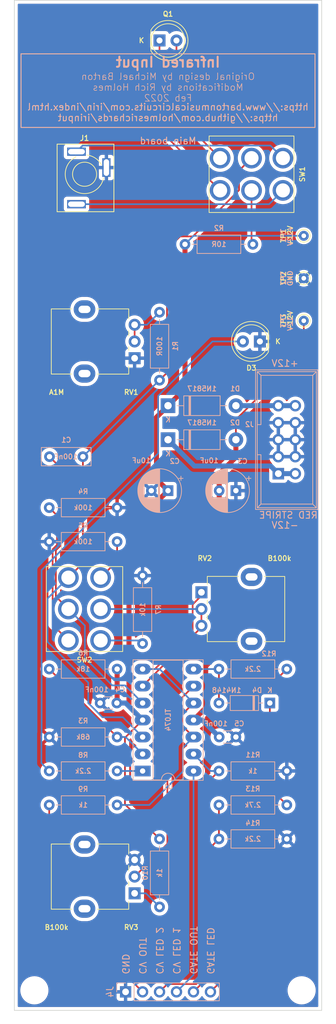
<source format=kicad_pcb>
(kicad_pcb (version 20211014) (generator pcbnew)
  (layers (0 "F.Cu" signal) (31 "B.Cu" signal) (34 "B.Paste" user) (35 "F.Paste" user) (36 "B.SilkS" user "B.Silkscreen") (37 "F.SilkS" user "F.Silkscreen") (38 "B.Mask" user) (39 "F.Mask" user) (44 "Edge.Cuts" user))
  (net 0 "")
  (net 1 "Board_0-+12V")
  (net 2 "Board_0--12V")
  (net 3 "Board_0-/+12_IN")
  (net 4 "Board_0-/-12_IN")
  (net 5 "Board_0-/AC")
  (net 6 "Board_0-/COLL")
  (net 7 "Board_0-/CV_LED_1")
  (net 8 "Board_0-/CV_LED_2")
  (net 9 "Board_0-/CV_OUT")
  (net 10 "Board_0-/DC")
  (net 11 "Board_0-/EXT_C")
  (net 12 "Board_0-/EXT_E")
  (net 13 "Board_0-/GATE_LED")
  (net 14 "Board_0-/GATE_OUT")
  (net 15 "Board_0-/SENSITIVITY")
  (net 16 "Board_0-/THRESHOLD")
  (net 17 "Board_0-GND")
  (net 18 "Board_0-Net-(C1-Pad2)")
  (net 19 "Board_0-Net-(D3-Pad2)")
  (net 20 "Board_0-Net-(D4-Pad1)")
  (net 21 "Board_0-Net-(D4-Pad2)")
  (net 22 "Board_0-Net-(Q1-Pad1)")
  (net 23 "Board_0-Net-(Q1-Pad2)")
  (net 24 "Board_0-Net-(R10-Pad2)")
  (net 25 "Board_0-Net-(R3-Pad2)")
  (net 26 "Board_0-Net-(R5-Pad1)")
  (net 27 "Board_0-Net-(R7-Pad1)")
  (net 28 "Board_0-Net-(R8-Pad1)")
  (net 29 "Board_0-Net-(R9-Pad1)")
  (net 30 "Board_0-Net-(RV2-Pad2)")
  (footprint "ao_tht:Potentiometer_Alpha_RD901F-40-00D_Single_Vertical_centered" (layer "F.Cu") (at 137.499999 75.499999 180)
    (fp_text reference "RV1" (at -6.992 -7.58 unlocked) (layer "F.SilkS") (effects (font (size 0.75 0.75))))
    (fp_text value "A1M")
    (fp_text user "${VALUE}" (at 4.184 -7.58 unlocked) (layer "F.SilkS") (effects (font (size 0.75 0.75))))
    (pad "" thru_hole oval locked (at 0 4.8 270) (size 2.72 3.24) (drill oval 1.1 1.8) (layers *.Cu *.Mask))
    (pad "" thru_hole oval locked (at 0 -4.8 270) (size 2.72 3.24) (drill oval 1.1 1.8) (layers *.Cu *.Mask))
    (pad "1" thru_hole rect locked (at -7.5 -2.5 270) (size 1.8 1.8) (drill 1) (layers *.Cu *.Mask) (net 17 "Board_0-GND"))
    (pad "2" thru_hole circle locked (at -7.5 0 270) (size 1.8 1.8) (drill 1) (layers *.Cu *.Mask) (net 15 "Board_0-/SENSITIVITY"))
    (pad "3" thru_hole circle locked (at -7.5 2.5 270) (size 1.8 1.8) (drill 1) (layers *.Cu *.Mask) (net 15 "Board_0-/SENSITIVITY"))
  )
  (footprint "ao_tht:TestPoint_THTPad_D1.5mm_Drill0.7mm" (layer "F.Cu") (at 170.319999 59.699999 90)
    (fp_text reference "TP1" (at 0 -3.048 90 unlocked) (layer "F.SilkS") (effects (font (size 0.75 0.75))))
    (fp_text value "+12V")
    (fp_text user "${VALUE}" (at 0 -2.032 90 unlocked) (layer "B.SilkS") (effects (font (size 0.75 0.75)) (justify mirror)))
    (fp_text user "${REFERENCE}" (at 0 -3.048 90 unlocked) (layer "B.SilkS") (effects (font (size 0.75 0.75)) (justify mirror)))
    (fp_text user "${VALUE}" (at 0 -2.032 90 unlocked) (layer "F.SilkS") (effects (font (size 0.75 0.75))))
    (pad "1" thru_hole circle locked (at 0 0 90) (size 1.5 1.5) (drill 0.7) (layers *.Cu *.Mask) (net 1 "Board_0-+12V"))
  )
  (footprint "ao_tht:TestPoint_THTPad_D1.5mm_Drill0.7mm" (layer "F.Cu") (at 170.319999 72.399999 90)
    (fp_text reference "TP3" (at 0 -3.048 90 unlocked) (layer "F.SilkS") (effects (font (size 0.75 0.75))))
    (fp_text value "-12V")
    (fp_text user "${REFERENCE}" (at 0 -3.048 90 unlocked) (layer "B.SilkS") (effects (font (size 0.75 0.75)) (justify mirror)))
    (fp_text user "${VALUE}" (at 0 -2.032 90 unlocked) (layer "B.SilkS") (effects (font (size 0.75 0.75)) (justify mirror)))
    (fp_text user "${VALUE}" (at 0 -2.032 90 unlocked) (layer "F.SilkS") (effects (font (size 0.75 0.75))))
    (pad "1" thru_hole circle locked (at 0 0 90) (size 1.5 1.5) (drill 0.7) (layers *.Cu *.Mask) (net 2 "Board_0--12V"))
  )
  (footprint "ao_tht:MountingHole_3.2mm_M3" (layer "F.Cu") (at 129.999999 172.499999)
    (fp_text reference "H1" hide)
    (fp_text value "MountingHole")
    (pad "" np_thru_hole circle locked (at 0 0) (size 3.2 3.2) (drill 3.2) (layers *.Cu *.Mask))
  )
  (footprint "ao_tht:DPDT-toggle-switch-1M-seriesx" (layer "F.Cu") (at 137.499999 115.499999 180)
    (fp_text reference "SW2" (at 0 -7.6 unlocked) (layer "F.SilkS") (effects (font (size 0.75 0.75))))
    (fp_text value "SW_DPDT_x2")
    (pad "1" thru_hole circle locked (at 2.415 4.7 180) (size 3.1 3.1) (drill 2.1) (layers *.Cu *.Mask) (net 10 "Board_0-/DC"))
    (pad "2" thru_hole circle locked (at 2.415 0 180) (size 3.1 3.1) (drill 2.1) (layers *.Cu *.Mask) (net 18 "Board_0-Net-(C1-Pad2)"))
    (pad "3" thru_hole circle locked (at 2.415 -4.7 180) (size 3.1 3.1) (drill 2.1) (layers *.Cu *.Mask) (net 5 "Board_0-/AC"))
    (pad "4" thru_hole circle locked (at -2.415 4.7 180) (size 3.1 3.1) (drill 2.1) (layers *.Cu *.Mask) (net 26 "Board_0-Net-(R5-Pad1)"))
    (pad "5" thru_hole circle locked (at -2.415 0 180) (size 3.1 3.1) (drill 2.1) (layers *.Cu *.Mask) (net 30 "Board_0-Net-(RV2-Pad2)"))
    (pad "6" thru_hole circle locked (at -2.415 -4.7 180) (size 3.1 3.1) (drill 2.1) (layers *.Cu *.Mask) (net 27 "Board_0-Net-(R7-Pad1)"))
  )
  (footprint "ao_tht:Potentiometer_Alpha_RD901F-40-00D_Single_Vertical_centered" (layer "F.Cu") (at 137.499999 155.499999 180)
    (fp_text reference "RV3" (at -6.992 -7.58 unlocked) (layer "F.SilkS") (effects (font (size 0.75 0.75))))
    (fp_text value "B100k")
    (fp_text user "${VALUE}" (at 4.184 -7.58 unlocked) (layer "F.SilkS") (effects (font (size 0.75 0.75))))
    (pad "" thru_hole oval locked (at 0 4.8 270) (size 2.72 3.24) (drill oval 1.1 1.8) (layers *.Cu *.Mask))
    (pad "" thru_hole oval locked (at 0 -4.8 270) (size 2.72 3.24) (drill oval 1.1 1.8) (layers *.Cu *.Mask))
    (pad "1" thru_hole rect locked (at -7.5 -2.5 270) (size 1.8 1.8) (drill 1) (layers *.Cu *.Mask) (net 24 "Board_0-Net-(R10-Pad2)"))
    (pad "2" thru_hole circle locked (at -7.5 0 270) (size 1.8 1.8) (drill 1) (layers *.Cu *.Mask) (net 16 "Board_0-/THRESHOLD"))
    (pad "3" thru_hole circle locked (at -7.5 2.5 270) (size 1.8 1.8) (drill 1) (layers *.Cu *.Mask) (net 17 "Board_0-GND"))
  )
  (footprint "ao_tht:Jack_3.5mm_PJ-301CM" (layer "F.Cu") (at 137.499999 50.499999)
    (fp_text reference "J1" (at 0 -5.4 unlocked) (layer "F.SilkS") (effects (font (size 0.787402 0.787402))))
    (fp_text value "AudioJack3")
    (pad "R" thru_hole rect (at -1.2 -3.375) (size 2.8 1.25) (drill oval 2.5 0.8) (layers *.Cu *.Mask) (net 12 "Board_0-/EXT_E"))
    (pad "S" thru_hole rect (at 3.275 -1 90) (size 2.8 1.25) (drill oval 2.5 0.8) (layers *.Cu *.Mask) (net 17 "Board_0-GND"))
    (pad "T" thru_hole rect (at -1.2 4.475 180) (size 2.8 1.25) (drill oval 2.5 0.8) (layers *.Cu *.Mask) (net 11 "Board_0-/EXT_C"))
  )
  (footprint "ao_tht:LED_D5.0mm" (layer "F.Cu") (at 148.724999 30.499999)
    (fp_text reference "Q1" (at 1.27 -3.96 unlocked) (layer "F.SilkS") (effects (font (size 0.75 0.75))))
    (fp_text value "TOPS-050")
    (fp_text user "K" (at -2.7 0 unlocked) (layer "F.SilkS") (effects (font (size 0.75 0.75))))
    (pad "1" thru_hole rect locked (at 0 0) (size 1.8 1.8) (drill 0.9) (layers *.Cu *.Mask) (net 22 "Board_0-Net-(Q1-Pad1)"))
    (pad "2" thru_hole circle locked (at 2.54 0) (size 1.8 1.8) (drill 0.9) (layers *.Cu *.Mask) (net 23 "Board_0-Net-(Q1-Pad2)"))
  )
  (footprint "ao_tht:TestPoint_THTPad_D1.5mm_Drill0.7mm" (layer "F.Cu") (at 170.319999 66.049999 90)
    (fp_text reference "TP2" (at 0 -3.048 90 unlocked) (layer "F.SilkS") (effects (font (size 0.75 0.75))))
    (fp_text value "GND")
    (fp_text user "${REFERENCE}" (at 0 -3.048 90 unlocked) (layer "B.SilkS") (effects (font (size 0.75 0.75)) (justify mirror)))
    (fp_text user "${VALUE}" (at 0 -2.032 90 unlocked) (layer "B.SilkS") (effects (font (size 0.75 0.75)) (justify mirror)))
    (fp_text user "${VALUE}" (at 0 -2.032 90 unlocked) (layer "F.SilkS") (effects (font (size 0.75 0.75))))
    (pad "1" thru_hole circle locked (at 0 0 90) (size 1.5 1.5) (drill 0.7) (layers *.Cu *.Mask) (net 17 "Board_0-GND"))
  )
  (footprint "ao_tht:Potentiometer_Alpha_RD901F-40-00D_Single_Vertical_centered" (layer "F.Cu") (at 162.499999 115.499999)
    (fp_text reference "RV2" (at -6.992 -7.58 unlocked) (layer "F.SilkS") (effects (font (size 0.75 0.75))))
    (fp_text value "B100k")
    (fp_text user "${VALUE}" (at 4.184 -7.58 unlocked) (layer "F.SilkS") (effects (font (size 0.75 0.75))))
    (pad "" thru_hole oval locked (at 0 -4.8 90) (size 2.72 3.24) (drill oval 1.1 1.8) (layers *.Cu *.Mask))
    (pad "" thru_hole oval locked (at 0 4.8 90) (size 2.72 3.24) (drill oval 1.1 1.8) (layers *.Cu *.Mask))
    (pad "1" thru_hole rect locked (at -7.5 -2.5 90) (size 1.8 1.8) (drill 1) (layers *.Cu *.Mask) (net 29 "Board_0-Net-(R9-Pad1)"))
    (pad "2" thru_hole circle locked (at -7.5 0 90) (size 1.8 1.8) (drill 1) (layers *.Cu *.Mask) (net 30 "Board_0-Net-(RV2-Pad2)"))
    (pad "3" thru_hole circle locked (at -7.5 2.5 90) (size 1.8 1.8) (drill 1) (layers *.Cu *.Mask) (net 30 "Board_0-Net-(RV2-Pad2)"))
  )
  (footprint "ao_tht:MountingHole_3.2mm_M3" (layer "F.Cu") (at 169.999999 172.499999)
    (fp_text reference "H2" hide)
    (fp_text value "MountingHole")
    (pad "" np_thru_hole circle locked (at 0 0) (size 3.2 3.2) (drill 3.2) (layers *.Cu *.Mask))
  )
  (footprint "ao_tht:LED_D5.0mm" (layer "F.Cu") (at 163.749999 75.499999 180)
    (fp_text reference "D3" (at 1.27 -3.96 unlocked) (layer "F.SilkS") (effects (font (size 0.75 0.75))))
    (fp_text value "LED_red")
    (fp_text user "K" (at -2.7 0 unlocked) (layer "F.SilkS") (effects (font (size 0.75 0.75))))
    (pad "1" thru_hole rect locked (at 0 0 180) (size 1.8 1.8) (drill 0.9) (layers *.Cu *.Mask) (net 17 "Board_0-GND"))
    (pad "2" thru_hole circle locked (at 2.54 0 180) (size 1.8 1.8) (drill 0.9) (layers *.Cu *.Mask) (net 19 "Board_0-Net-(D3-Pad2)"))
  )
  (footprint "ao_tht:DPDT-toggle-switch-1M-seriesx" (layer "F.Cu") (at 162.499999 50.499999 -90)
    (fp_text reference "SW1" (at 0 -7.6 90 unlocked) (layer "F.SilkS") (effects (font (size 0.75 0.75))))
    (fp_text value "SW_DPDT_x2")
    (pad "1" thru_hole circle locked (at 2.415 4.7 270) (size 3.1 3.1) (drill 2.1) (layers *.Cu *.Mask) (net 22 "Board_0-Net-(Q1-Pad1)"))
    (pad "2" thru_hole circle locked (at 2.415 0 270) (size 3.1 3.1) (drill 2.1) (layers *.Cu *.Mask) (net 6 "Board_0-/COLL"))
    (pad "3" thru_hole circle locked (at 2.415 -4.7 270) (size 3.1 3.1) (drill 2.1) (layers *.Cu *.Mask) (net 11 "Board_0-/EXT_C"))
    (pad "4" thru_hole circle locked (at -2.415 4.7 270) (size 3.1 3.1) (drill 2.1) (layers *.Cu *.Mask) (net 23 "Board_0-Net-(Q1-Pad2)"))
    (pad "5" thru_hole circle locked (at -2.415 0 270) (size 3.1 3.1) (drill 2.1) (layers *.Cu *.Mask) (net 10 "Board_0-/DC"))
    (pad "6" thru_hole circle locked (at -2.415 -4.7 270) (size 3.1 3.1) (drill 2.1) (layers *.Cu *.Mask) (net 12 "Board_0-/EXT_E"))
  )
  (footprint "ao_tht:DIP-14_W7.62mm_Socket_LongPads" (layer "B.Cu") (at 146.199999 139.714999)
    (fp_text reference "U1" (at 3.81 2.33 unlocked) (layer "B.SilkS") (effects (font (size 0.75 0.75)) (justify mirror)))
    (fp_text value "TL074")
    (fp_text user "${VALUE}" (at 3.81 -7.62 90 unlocked) (layer "B.SilkS") (effects (font (size 0.75 0.75)) (justify mirror)))
    (pad "1" thru_hole rect locked (at 0 0) (size 2.4 1.6) (drill 0.8) (layers *.Cu *.Mask) (net 28 "Board_0-Net-(R8-Pad1)"))
    (pad "2" thru_hole oval locked (at 0 -2.54) (size 2.4 1.6) (drill 0.8) (layers *.Cu *.Mask) (net 25 "Board_0-Net-(R3-Pad2)"))
    (pad "3" thru_hole oval locked (at 0 -5.08) (size 2.4 1.6) (drill 0.8) (layers *.Cu *.Mask) (net 10 "Board_0-/DC"))
    (pad "4" thru_hole oval locked (at 0 -7.62) (size 2.4 1.6) (drill 0.8) (layers *.Cu *.Mask) (net 1 "Board_0-+12V"))
    (pad "5" thru_hole oval locked (at 0 -10.16) (size 2.4 1.6) (drill 0.8) (layers *.Cu *.Mask) (net 18 "Board_0-Net-(C1-Pad2)"))
    (pad "6" thru_hole oval locked (at 0 -12.7) (size 2.4 1.6) (drill 0.8) (layers *.Cu *.Mask) (net 30 "Board_0-Net-(RV2-Pad2)"))
    (pad "7" thru_hole oval locked (at 0 -15.24) (size 2.4 1.6) (drill 0.8) (layers *.Cu *.Mask) (net 29 "Board_0-Net-(R9-Pad1)"))
    (pad "8" thru_hole oval locked (at 7.62 -15.24) (size 2.4 1.6) (drill 0.8) (layers *.Cu *.Mask) (net 21 "Board_0-Net-(D4-Pad2)"))
    (pad "9" thru_hole oval locked (at 7.62 -12.7) (size 2.4 1.6) (drill 0.8) (layers *.Cu *.Mask) (net 16 "Board_0-/THRESHOLD"))
    (pad "10" thru_hole oval locked (at 7.62 -10.16) (size 2.4 1.6) (drill 0.8) (layers *.Cu *.Mask) (net 29 "Board_0-Net-(R9-Pad1)"))
    (pad "11" thru_hole oval locked (at 7.62 -7.62) (size 2.4 1.6) (drill 0.8) (layers *.Cu *.Mask) (net 2 "Board_0--12V"))
    (pad "12" thru_hole oval locked (at 7.62 -5.08) (size 2.4 1.6) (drill 0.8) (layers *.Cu *.Mask) (net 29 "Board_0-Net-(R9-Pad1)"))
    (pad "13" thru_hole oval locked (at 7.62 -2.54) (size 2.4 1.6) (drill 0.8) (layers *.Cu *.Mask) (net 8 "Board_0-/CV_LED_2"))
    (pad "14" thru_hole oval locked (at 7.62 0) (size 2.4 1.6) (drill 0.8) (layers *.Cu *.Mask) (net 7 "Board_0-/CV_LED_1"))
  )
  (footprint "ao_tht:D_DO-41_SOD81_P10.16mm_Horizontal" (layer "B.Cu") (at 149.999999 85.099999)
    (fp_text reference "D1" (at 10.033 -2.54 unlocked) (layer "B.SilkS") (effects (font (size 0.75 0.75)) (justify mirror)))
    (fp_text value "1N5817")
    (fp_text user "${VALUE}" (at 5.08 -2.54 unlocked) (layer "B.SilkS") (effects (font (size 0.75 0.75)) (justify mirror)))
    (fp_text user "K" (at 0 2.1 unlocked) (layer "B.SilkS") (effects (font (size 0.75 0.75)) (justify mirror)))
    (pad "1" thru_hole rect locked (at 0 0) (size 2.2 2.2) (drill 1.1) (layers *.Cu *.Mask) (net 1 "Board_0-+12V"))
    (pad "2" thru_hole oval locked (at 10.16 0) (size 2.2 2.2) (drill 1.1) (layers *.Cu *.Mask) (net 3 "Board_0-/+12_IN"))
  )
  (footprint "ao_tht:R_Axial_DIN0207_L6.3mm_D2.5mm_P10.16mm_Horizontal" (layer "B.Cu") (at 142.379999 105.419999 180)
    (fp_text reference "R5" (at 5.08 2.37 unlocked) (layer "B.SilkS") (effects (font (size 0.75 0.75)) (justify mirror)))
    (fp_text value "100k")
    (fp_text user "${VALUE}" (at 5.08 0 unlocked) (layer "B.SilkS") (effects (font (size 0.75 0.75)) (justify mirror)))
    (pad "1" thru_hole circle locked (at 0 0 180) (size 1.6 1.6) (drill 0.8) (layers *.Cu *.Mask) (net 26 "Board_0-Net-(R5-Pad1)"))
    (pad "2" thru_hole oval locked (at 10.16 0 180) (size 1.6 1.6) (drill 0.8) (layers *.Cu *.Mask) (net 17 "Board_0-GND"))
  )
  (footprint "ao_tht:R_Axial_DIN0207_L6.3mm_D2.5mm_P10.16mm_Horizontal" (layer "B.Cu") (at 142.379999 139.709999 180)
    (fp_text reference "R8" (at 5.08 2.37 unlocked) (layer "B.SilkS") (effects (font (size 0.75 0.75)) (justify mirror)))
    (fp_text value "2.2k")
    (fp_text user "${VALUE}" (at 5.08 0 unlocked) (layer "B.SilkS") (effects (font (size 0.75 0.75)) (justify mirror)))
    (pad "1" thru_hole circle locked (at 0 0 180) (size 1.6 1.6) (drill 0.8) (layers *.Cu *.Mask) (net 28 "Board_0-Net-(R8-Pad1)"))
    (pad "2" thru_hole oval locked (at 10.16 0 180) (size 1.6 1.6) (drill 0.8) (layers *.Cu *.Mask) (net 19 "Board_0-Net-(D3-Pad2)"))
  )
  (footprint "ao_tht:C_Disc_D3.0mm_W1.6mm_P2.50mm" (layer "B.Cu") (at 160.159999 134.629999 180)
    (fp_text reference "C5" (at -0.5 2 unlocked) (layer "B.SilkS") (effects (font (size 0.75 0.75)) (justify mirror)))
    (fp_text value "100nF")
    (fp_text user "${VALUE}" (at 3 2 unlocked) (layer "B.SilkS") (effects (font (size 0.75 0.75)) (justify mirror)))
    (pad "1" thru_hole circle (at 0 0 180) (size 1.6 1.6) (drill 0.8) (layers *.Cu *.Mask) (net 17 "Board_0-GND"))
    (pad "2" thru_hole circle (at 2.5 0 180) (size 1.6 1.6) (drill 0.8) (layers *.Cu *.Mask) (net 2 "Board_0--12V"))
  )
  (footprint "Connector_PinHeader_2.54mm:PinHeader_1x06_P2.54mm_Vertical" (layer "B.Cu") (at 143.649999 172.729999 -90)
    (fp_text reference "J4" (at 0 2.33 90 unlocked) (layer "B.SilkS") (effects (justify mirror)))
    (fp_text value "Conn_01x06")
    (pad "1" thru_hole rect (at 0 0 270) (size 1.7 1.7) (drill 1) (layers *.Cu *.Mask) (net 17 "Board_0-GND"))
    (pad "2" thru_hole oval (at 0 -2.54 270) (size 1.7 1.7) (drill 1) (layers *.Cu *.Mask) (net 9 "Board_0-/CV_OUT"))
    (pad "3" thru_hole oval (at 0 -5.08 270) (size 1.7 1.7) (drill 1) (layers *.Cu *.Mask) (net 8 "Board_0-/CV_LED_2"))
    (pad "4" thru_hole oval (at 0 -7.62 270) (size 1.7 1.7) (drill 1) (layers *.Cu *.Mask) (net 7 "Board_0-/CV_LED_1"))
    (pad "5" thru_hole oval (at 0 -10.16 270) (size 1.7 1.7) (drill 1) (layers *.Cu *.Mask) (net 14 "Board_0-/GATE_OUT"))
    (pad "6" thru_hole oval (at 0 -12.7 270) (size 1.7 1.7) (drill 1) (layers *.Cu *.Mask) (net 13 "Board_0-/GATE_LED"))
  )
  (footprint "ao_tht:R_Axial_DIN0207_L6.3mm_D2.5mm_P10.16mm_Horizontal" (layer "B.Cu") (at 132.219999 124.469999)
    (fp_text reference "R6" (at 5.08 -2.413 unlocked) (layer "B.SilkS") (effects (font (size 0.75 0.75)) (justify mirror)))
    (fp_text value "18k")
    (fp_text user "${VALUE}" (at 5.08 0 unlocked) (layer "B.SilkS") (effects (font (size 0.75 0.75)) (justify mirror)))
    (pad "1" thru_hole circle locked (at 0 0) (size 1.6 1.6) (drill 0.8) (layers *.Cu *.Mask) (net 25 "Board_0-Net-(R3-Pad2)"))
    (pad "2" thru_hole oval locked (at 10.16 0) (size 1.6 1.6) (drill 0.8) (layers *.Cu *.Mask) (net 1 "Board_0-+12V"))
  )
  (footprint "ao_tht:R_Axial_DIN0207_L6.3mm_D2.5mm_P10.16mm_Horizontal" (layer "B.Cu") (at 167.779999 149.869999 180)
    (fp_text reference "R14" (at 5.08 2.37 unlocked) (layer "B.SilkS") (effects (font (size 0.75 0.75)) (justify mirror)))
    (fp_text value "2.2k")
    (fp_text user "${VALUE}" (at 5.08 0 unlocked) (layer "B.SilkS") (effects (font (size 0.75 0.75)) (justify mirror)))
    (pad "1" thru_hole circle locked (at 0 0 180) (size 1.6 1.6) (drill 0.8) (layers *.Cu *.Mask) (net 17 "Board_0-GND"))
    (pad "2" thru_hole oval locked (at 10.16 0 180) (size 1.6 1.6) (drill 0.8) (layers *.Cu *.Mask) (net 14 "Board_0-/GATE_OUT"))
  )
  (footprint "ao_tht:R_Axial_DIN0207_L6.3mm_D2.5mm_P10.16mm_Horizontal" (layer "B.Cu") (at 146.189999 120.659999 90)
    (fp_text reference "R7" (at 5.08 2.37 90 unlocked) (layer "B.SilkS") (effects (font (size 0.75 0.75)) (justify mirror)))
    (fp_text value "10k")
    (fp_text user "${VALUE}" (at 5.08 0 90 unlocked) (layer "B.SilkS") (effects (font (size 0.75 0.75)) (justify mirror)))
    (pad "1" thru_hole circle locked (at 0 0 90) (size 1.6 1.6) (drill 0.8) (layers *.Cu *.Mask) (net 27 "Board_0-Net-(R7-Pad1)"))
    (pad "2" thru_hole oval locked (at 10.16 0 90) (size 1.6 1.6) (drill 0.8) (layers *.Cu *.Mask) (net 17 "Board_0-GND"))
  )
  (footprint "ao_tht:R_Axial_DIN0207_L6.3mm_D2.5mm_P10.16mm_Horizontal" (layer "B.Cu") (at 152.539999 60.969999)
    (fp_text reference "R2" (at 5.08 -2.413 unlocked) (layer "B.SilkS") (effects (font (size 0.75 0.75)) (justify mirror)))
    (fp_text value "10R")
    (fp_text user "${VALUE}" (at 5.08 0 unlocked) (layer "B.SilkS") (effects (font (size 0.75 0.75)) (justify mirror)))
    (pad "1" thru_hole circle locked (at 0 0) (size 1.6 1.6) (drill 0.8) (layers *.Cu *.Mask) (net 1 "Board_0-+12V"))
    (pad "2" thru_hole oval locked (at 10.16 0) (size 1.6 1.6) (drill 0.8) (layers *.Cu *.Mask) (net 6 "Board_0-/COLL"))
  )
  (footprint "ao_tht:CP_Radial_D6.3mm_P2.50mm" (layer "B.Cu") (at 149.999999 97.799999 180)
    (fp_text reference "C2" (at -1 4.4 unlocked) (layer "B.SilkS") (effects (font (size 0.75 0.75)) (justify mirror)))
    (fp_text value "10uF")
    (fp_text user "${VALUE}" (at 4 4.5 unlocked) (layer "B.SilkS") (effects (font (size 0.75 0.75)) (justify mirror)))
    (pad "1" thru_hole rect locked (at 0 0 180) (size 1.6 1.6) (drill 0.8) (layers *.Cu *.Mask) (net 1 "Board_0-+12V"))
    (pad "2" thru_hole circle locked (at 2.5 0 180) (size 1.6 1.6) (drill 0.8) (layers *.Cu *.Mask) (net 17 "Board_0-GND"))
  )
  (footprint "ao_tht:Power_Header" (layer "B.Cu") (at 166.509999 95.259999)
    (fp_text reference "J2" (at -4.318 -7.366 unlocked) (layer "B.SilkS") (effects (font (size 0.75 0.75)) (justify mirror)))
    (fp_text value "Synth_power_2x5")
    (fp_text user "-12V" (at 1 7.7 unlocked) (layer "B.SilkS") (effects (justify mirror)))
    (fp_text user "+12V" (at 1 -16.5 unlocked) (layer "B.SilkS") (effects (justify mirror)))
    (fp_text user "RED STRIPE" (at 1.5 6.2 unlocked) (layer "B.SilkS") (effects (justify mirror)))
    (pad "1" thru_hole rect (at 0 0) (size 1.7272 1.7272) (drill 1.016) (layers *.Cu *.Mask) (net 4 "Board_0-/-12_IN"))
    (pad "2" thru_hole oval (at 2.54 0) (size 1.7272 1.7272) (drill 1.016) (layers *.Cu *.Mask) (net 4 "Board_0-/-12_IN"))
    (pad "3" thru_hole oval (at 0 -2.54) (size 1.7272 1.7272) (drill 1.016) (layers *.Cu *.Mask) (net 17 "Board_0-GND"))
    (pad "4" thru_hole oval (at 2.54 -2.54) (size 1.7272 1.7272) (drill 1.016) (layers *.Cu *.Mask) (net 17 "Board_0-GND"))
    (pad "5" thru_hole oval (at 0 -5.08) (size 1.7272 1.7272) (drill 1.016) (layers *.Cu *.Mask) (net 17 "Board_0-GND"))
    (pad "6" thru_hole oval (at 2.54 -5.08) (size 1.7272 1.7272) (drill 1.016) (layers *.Cu *.Mask) (net 17 "Board_0-GND"))
    (pad "7" thru_hole oval (at 0 -7.62) (size 1.7272 1.7272) (drill 1.016) (layers *.Cu *.Mask) (net 17 "Board_0-GND"))
    (pad "8" thru_hole oval (at 2.54 -7.62) (size 1.7272 1.7272) (drill 1.016) (layers *.Cu *.Mask) (net 17 "Board_0-GND"))
    (pad "9" thru_hole oval (at 0 -10.16) (size 1.7272 1.7272) (drill 1.016) (layers *.Cu *.Mask) (net 3 "Board_0-/+12_IN"))
    (pad "10" thru_hole oval (at 2.54 -10.16) (size 1.7272 1.7272) (drill 1.016) (layers *.Cu *.Mask) (net 3 "Board_0-/+12_IN"))
  )
  (footprint "ao_tht:R_Axial_DIN0207_L6.3mm_D2.5mm_P10.16mm_Horizontal" (layer "B.Cu") (at 132.219999 100.339999)
    (fp_text reference "R4" (at 5.08 -2.413 unlocked) (layer "B.SilkS") (effects (font (size 0.75 0.75)) (justify mirror)))
    (fp_text value "100k")
    (fp_text user "${VALUE}" (at 5.08 0 unlocked) (layer "B.SilkS") (effects (font (size 0.75 0.75)) (justify mirror)))
    (pad "1" thru_hole circle locked (at 0 0) (size 1.6 1.6) (drill 0.8) (layers *.Cu *.Mask) (net 5 "Board_0-/AC"))
    (pad "2" thru_hole oval locked (at 10.16 0) (size 1.6 1.6) (drill 0.8) (layers *.Cu *.Mask) (net 17 "Board_0-GND"))
  )
  (footprint "ao_tht:CP_Radial_D6.3mm_P2.50mm" (layer "B.Cu") (at 160.159999 97.799999 180)
    (fp_text reference "C3" (at -1 4.4 unlocked) (layer "B.SilkS") (effects (font (size 0.75 0.75)) (justify mirror)))
    (fp_text value "10uF")
    (fp_text user "${VALUE}" (at 4 4.5 unlocked) (layer "B.SilkS") (effects (font (size 0.75 0.75)) (justify mirror)))
    (pad "1" thru_hole rect locked (at 0 0 180) (size 1.6 1.6) (drill 0.8) (layers *.Cu *.Mask) (net 17 "Board_0-GND"))
    (pad "2" thru_hole circle locked (at 2.5 0 180) (size 1.6 1.6) (drill 0.8) (layers *.Cu *.Mask) (net 2 "Board_0--12V"))
  )
  (footprint "ao_tht:R_Axial_DIN0207_L6.3mm_D2.5mm_P10.16mm_Horizontal" (layer "B.Cu") (at 148.729999 81.289999 90)
    (fp_text reference "R1" (at 5.08 2.37 90 unlocked) (layer "B.SilkS") (effects (font (size 0.75 0.75)) (justify mirror)))
    (fp_text value "100R")
    (fp_text user "${VALUE}" (at 5.08 0 90 unlocked) (layer "B.SilkS") (effects (font (size 0.75 0.75)) (justify mirror)))
    (pad "1" thru_hole circle locked (at 0 0 90) (size 1.6 1.6) (drill 0.8) (layers *.Cu *.Mask) (net 10 "Board_0-/DC"))
    (pad "2" thru_hole oval locked (at 10.16 0 90) (size 1.6 1.6) (drill 0.8) (layers *.Cu *.Mask) (net 15 "Board_0-/SENSITIVITY"))
  )
  (footprint "ao_tht:R_Axial_DIN0207_L6.3mm_D2.5mm_P10.16mm_Horizontal" (layer "B.Cu") (at 157.619999 144.789999)
    (fp_text reference "R13" (at 5.08 -2.413 unlocked) (layer "B.SilkS") (effects (font (size 0.75 0.75)) (justify mirror)))
    (fp_text value "2.7k")
    (fp_text user "${VALUE}" (at 5.08 0 unlocked) (layer "B.SilkS") (effects (font (size 0.75 0.75)) (justify mirror)))
    (pad "1" thru_hole circle locked (at 0 0) (size 1.6 1.6) (drill 0.8) (layers *.Cu *.Mask) (net 14 "Board_0-/GATE_OUT"))
    (pad "2" thru_hole oval locked (at 10.16 0) (size 1.6 1.6) (drill 0.8) (layers *.Cu *.Mask) (net 20 "Board_0-Net-(D4-Pad1)"))
  )
  (footprint "ao_tht:C_Disc_D3.0mm_W1.6mm_P2.50mm" (layer "B.Cu") (at 142.339999 129.549999 180)
    (fp_text reference "C4" (at -0.5 2 unlocked) (layer "B.SilkS") (effects (font (size 0.75 0.75)) (justify mirror)))
    (fp_text value "100nF")
    (fp_text user "${VALUE}" (at 3 2 unlocked) (layer "B.SilkS") (effects (font (size 0.75 0.75)) (justify mirror)))
    (pad "1" thru_hole circle (at 0 0 180) (size 1.6 1.6) (drill 0.8) (layers *.Cu *.Mask) (net 1 "Board_0-+12V"))
    (pad "2" thru_hole circle (at 2.5 0 180) (size 1.6 1.6) (drill 0.8) (layers *.Cu *.Mask) (net 17 "Board_0-GND"))
  )
  (footprint "ao_tht:R_Axial_DIN0207_L6.3mm_D2.5mm_P10.16mm_Horizontal" (layer "B.Cu") (at 148.729999 149.869999 -90)
    (fp_text reference "R10" (at 5.08 2.159 90 unlocked) (layer "B.SilkS") (effects (font (size 0.75 0.75)) (justify mirror)))
    (fp_text value "1k")
    (fp_text user "${VALUE}" (at 5.08 0 90 unlocked) (layer "B.SilkS") (effects (font (size 0.75 0.75)) (justify mirror)))
    (pad "1" thru_hole circle locked (at 0 0 270) (size 1.6 1.6) (drill 0.8) (layers *.Cu *.Mask) (net 1 "Board_0-+12V"))
    (pad "2" thru_hole oval locked (at 10.16 0 270) (size 1.6 1.6) (drill 0.8) (layers *.Cu *.Mask) (net 24 "Board_0-Net-(R10-Pad2)"))
  )
  (footprint "ao_tht:R_Axial_DIN0207_L6.3mm_D2.5mm_P10.16mm_Horizontal" (layer "B.Cu") (at 167.779999 124.469999 180)
    (fp_text reference "R12" (at 2.667 2.286 unlocked) (layer "B.SilkS") (effects (font (size 0.75 0.75)) (justify mirror)))
    (fp_text value "2.2k")
    (fp_text user "${VALUE}" (at 5.08 0 unlocked) (layer "B.SilkS") (effects (font (size 0.75 0.75)) (justify mirror)))
    (pad "1" thru_hole circle locked (at 0 0 180) (size 1.6 1.6) (drill 0.8) (layers *.Cu *.Mask) (net 13 "Board_0-/GATE_LED"))
    (pad "2" thru_hole oval locked (at 10.16 0 180) (size 1.6 1.6) (drill 0.8) (layers *.Cu *.Mask) (net 21 "Board_0-Net-(D4-Pad2)"))
  )
  (footprint "ao_tht:D_DO-41_SOD81_P10.16mm_Horizontal" (layer "B.Cu") (at 149.999999 90.179999)
    (fp_text reference "D2" (at 10.033 -2.54 unlocked) (layer "B.SilkS") (effects (font (size 0.75 0.75)) (justify mirror)))
    (fp_text value "1N5817")
    (fp_text user "K" (at 0 2.1 unlocked) (layer "B.SilkS") (effects (font (size 0.75 0.75)) (justify mirror)))
    (fp_text user "${VALUE}" (at 5.08 -2.54 unlocked) (layer "B.SilkS") (effects (font (size 0.75 0.75)) (justify mirror)))
    (pad "1" thru_hole rect locked (at 0 0) (size 2.2 2.2) (drill 1.1) (layers *.Cu *.Mask) (net 4 "Board_0-/-12_IN"))
    (pad "2" thru_hole oval locked (at 10.16 0) (size 2.2 2.2) (drill 1.1) (layers *.Cu *.Mask) (net 2 "Board_0--12V"))
  )
  (footprint "ao_tht:R_Axial_DIN0207_L6.3mm_D2.5mm_P10.16mm_Horizontal" (layer "B.Cu") (at 132.219999 134.629999)
    (fp_text reference "R3" (at 5.08 -2.413 unlocked) (layer "B.SilkS") (effects (font (size 0.75 0.75)) (justify mirror)))
    (fp_text value "68k")
    (fp_text user "${VALUE}" (at 5.08 0 unlocked) (layer "B.SilkS") (effects (font (size 0.75 0.75)) (justify mirror)))
    (pad "1" thru_hole circle locked (at 0 0) (size 1.6 1.6) (drill 0.8) (layers *.Cu *.Mask) (net 17 "Board_0-GND"))
    (pad "2" thru_hole oval locked (at 10.16 0) (size 1.6 1.6) (drill 0.8) (layers *.Cu *.Mask) (net 25 "Board_0-Net-(R3-Pad2)"))
  )
  (footprint "ao_tht:D_DO-35_SOD27_P7.62mm_Horizontal" (layer "B.Cu") (at 165.239999 129.549999 180)
    (fp_text reference "D4" (at 1.905 1.905 unlocked) (layer "B.SilkS") (effects (font (size 0.75 0.75)) (justify mirror)))
    (fp_text value "1N4148")
    (fp_text user "${VALUE}" (at 6.477 1.905 unlocked) (layer "B.SilkS") (effects (font (size 0.75 0.75)) (justify mirror)))
    (fp_text user "K" (at 0 1.905 unlocked) (layer "B.SilkS") (effects (font (size 0.75 0.75)) (justify mirror)))
    (pad "1" thru_hole rect locked (at 0 0 180) (size 1.6 1.6) (drill 0.8) (layers *.Cu *.Mask) (net 20 "Board_0-Net-(D4-Pad1)"))
    (pad "2" thru_hole oval locked (at 7.62 0 180) (size 1.6 1.6) (drill 0.8) (layers *.Cu *.Mask) (net 21 "Board_0-Net-(D4-Pad2)"))
  )
  (footprint "ao_tht:R_Axial_DIN0207_L6.3mm_D2.5mm_P10.16mm_Horizontal" (layer "B.Cu") (at 157.619999 139.709999)
    (fp_text reference "R11" (at 5.08 -2.413 unlocked) (layer "B.SilkS") (effects (font (size 0.75 0.75)) (justify mirror)))
    (fp_text value "1k")
    (fp_text user "${VALUE}" (at 5.08 0 unlocked) (layer "B.SilkS") (effects (font (size 0.75 0.75)) (justify mirror)))
    (pad "1" thru_hole circle locked (at 0 0) (size 1.6 1.6) (drill 0.8) (layers *.Cu *.Mask) (net 8 "Board_0-/CV_LED_2"))
    (pad "2" thru_hole oval locked (at 10.16 0) (size 1.6 1.6) (drill 0.8) (layers *.Cu *.Mask) (net 17 "Board_0-GND"))
  )
  (footprint "ao_tht:R_Axial_DIN0207_L6.3mm_D2.5mm_P10.16mm_Horizontal" (layer "B.Cu") (at 142.379999 144.789999 180)
    (fp_text reference "R9" (at 5.08 2.37 unlocked) (layer "B.SilkS") (effects (font (size 0.75 0.75)) (justify mirror)))
    (fp_text value "1k")
    (fp_text user "${VALUE}" (at 5.08 0 unlocked) (layer "B.SilkS") (effects (font (size 0.75 0.75)) (justify mirror)))
    (pad "1" thru_hole circle locked (at 0 0 180) (size 1.6 1.6) (drill 0.8) (layers *.Cu *.Mask) (net 29 "Board_0-Net-(R9-Pad1)"))
    (pad "2" thru_hole oval locked (at 10.16 0 180) (size 1.6 1.6) (drill 0.8) (layers *.Cu *.Mask) (net 9 "Board_0-/CV_OUT"))
  )
  (footprint "ao_tht:C_Rect_L7.2mm_W2.5mm_P5.00mm_FKS2_FKP2_MKS2_MKP2" (layer "B.Cu") (at 137.259999 92.719999 180)
    (fp_text reference "C1" (at 2.5 2.5 unlocked) (layer "B.SilkS") (effects (font (size 0.75 0.75)) (justify mirror)))
    (fp_text value "100nF")
    (fp_text user "${VALUE}" (at 2.54 0 unlocked) (layer "B.SilkS") (effects (font (size 0.75 0.75)) (justify mirror)))
    (pad "1" thru_hole circle locked (at 0 0 180) (size 1.6 1.6) (drill 0.8) (layers *.Cu *.Mask) (net 10 "Board_0-/DC"))
    (pad "2" thru_hole circle locked (at 5 0 180) (size 1.6 1.6) (drill 0.8) (layers *.Cu *.Mask) (net 18 "Board_0-Net-(C1-Pad2)"))
  )
  (gr_rect (start 171.999999 32.499999) (end 127.999999 43.499999) (layer "B.SilkS") (width 0.15) (fill none))
  (gr_line (start 126.999 24.5) (end 173.000956 24.499709) (layer "Edge.Cuts") (width 0.1))
  (gr_line (start 173.000956 24.499709) (end 173.00029 175.500956) (layer "Edge.Cuts") (width 0.1))
  (gr_line (start 173.00029 175.500956) (end 126.999043 175.50029) (layer "Edge.Cuts") (width 0.1))
  (gr_line (start 126.999043 175.50029) (end 126.999 24.5) (layer "Edge.Cuts") (width 0.1))
  (gr_text "Main board" (at 149.999999 45.499999) (layer "B.SilkS") (effects (font (size 1 1)) (justify mirror)))
  (gr_text "CV LED 1" (at 151.269999 170.189999 -90) (layer "B.SilkS") (effects (font (size 1 1)) (justify left mirror)))
  (gr_text "Infrared Input" (at 149.999999 33.749999) (layer "B.SilkS") (effects (font (size 1.5 1.5) (thickness 0.3)) (justify mirror)))
  (gr_text "https://www.bartonmusicalcircuits.com/irin/index.html\nhttps://github.com/holmesrichards/irinput" (at 149.999999 41.249999) (layer "B.SilkS") (effects (font (size 1 1)) (justify mirror)))
  (gr_text "CV OUT" (at 146.189999 170.189999 -90) (layer "B.SilkS") (effects (font (size 1 1)) (justify left mirror)))
  (gr_text "GATE LED" (at 156.349999 170.189999 -90) (layer "B.SilkS") (effects (font (size 1 1)) (justify left mirror)))
  (gr_text "GND" (at 143.649999 170.189999 -90) (layer "B.SilkS") (effects (font (size 1 1)) (justify left mirror)))
  (gr_text "CV LED 2" (at 148.729999 170.189999 -90) (layer "B.SilkS") (effects (font (size 1 1)) (justify left mirror)))
  (gr_text "GATE OUT" (at 153.809999 170.189999 -90) (layer "B.SilkS") (effects (font (size 1 1)) (justify left mirror)))
  (gr_text "Original design by Michael Barton\nModifications by Rich Holmes\nFeb 2022\n" (at 149.999999 37.499999) (layer "B.SilkS") (effects (font (size 1 1) (thickness 0.1)) (justify mirror)))
  (segment (start 149.999999 85.099999) (end 148.275488 86.82451) (width 0.75) (layer "F.Cu") (net 1))
  (segment (start 148.275488 86.82451) (end 148.275488 96.075488) (width 0.75) (layer "F.Cu") (net 1))
  (segment (start 148.729999 149.869999) (end 143.55451 144.69451) (width 0.25) (layer "F.Cu") (net 1))
  (segment (start 152.539999 82.559999) (end 149.999999 85.099999) (width 0.75) (layer "F.Cu") (net 1))
  (segment (start 144.157999 103.641999) (end 144.157999 130.052999) (width 0.75) (layer "F.Cu") (net 1))
  (segment (start 142.379999 124.469999) (end 142.379999 129.509999) (width 0.75) (layer "F.Cu") (net 1))
  (segment (start 149.999999 97.799999) (end 144.157999 103.641999) (width 0.75) (layer "F.Cu") (net 1))
  (segment (start 144.157999 130.052999) (end 146.199999 132.094999) (width 0.75) (layer "F.Cu") (net 1))
  (segment (start 148.275488 96.075488) (end 149.999999 97.799999) (width 0.75) (layer "F.Cu") (net 1))
  (segment (start 152.539999 60.969999) (end 152.539999 82.559999) (width 0.75) (layer "F.Cu") (net 1))
  (segment (start 143.55451 144.69451) (end 143.55451 134.740488) (width 0.25) (layer "F.Cu") (net 1))
  (segment (start 143.55451 134.740488) (end 146.199999 132.094999) (width 0.25) (layer "F.Cu") (net 1))
  (segment (start 170.319999 59.699999) (end 153.809999 59.699999) (width 0.25) (layer "B.Cu") (net 1))
  (segment (start 143.654999 129.549999) (end 146.199999 132.094999) (width 0.75) (layer "B.Cu") (net 1))
  (segment (start 142.339999 129.549999) (end 143.654999 129.549999) (width 0.75) (layer "B.Cu") (net 1))
  (segment (start 153.809999 59.699999) (end 152.539999 60.969999) (width 0.25) (layer "B.Cu") (net 1))
  (segment (start 157.659999 122.016999) (end 155.644519 124.032479) (width 0.75) (layer "F.Cu") (net 2))
  (segment (start 160.159999 92.799999) (end 157.659999 95.299999) (width 0.75) (layer "F.Cu") (net 2))
  (segment (start 160.159999 90.179999) (end 160.159999 92.799999) (width 0.75) (layer "F.Cu") (net 2))
  (segment (start 157.659999 97.799999) (end 157.659999 122.016999) (width 0.75) (layer "F.Cu") (net 2))
  (segment (start 170.319999 77.025274) (end 160.159999 87.185274) (width 0.25) (layer "F.Cu") (net 2))
  (segment (start 155.644519 124.032479) (end 155.644519 130.270479) (width 0.75) (layer "F.Cu") (net 2))
  (segment (start 160.159999 87.185274) (end 160.159999 90.179999) (width 0.25) (layer "F.Cu") (net 2))
  (segment (start 157.659999 95.299999) (end 157.659999 97.799999) (width 0.75) (layer "F.Cu") (net 2))
  (segment (start 170.319999 72.399999) (end 170.319999 77.025274) (width 0.25) (layer "F.Cu") (net 2))
  (segment (start 155.644519 130.270479) (end 153.819999 132.094999) (width 0.75) (layer "F.Cu") (net 2))
  (segment (start 153.819999 132.094999) (end 155.124999 132.094999) (width 0.75) (layer "B.Cu") (net 2))
  (segment (start 155.124999 132.094999) (end 157.659999 134.629999) (width 0.75) (layer "B.Cu") (net 2))
  (segment (start 166.509999 85.099999) (end 169.049999 85.099999) (width 0.75) (layer "B.Cu") (net 3))
  (segment (start 166.509999 85.099999) (end 160.159999 85.099999) (width 0.75) (layer "B.Cu") (net 3))
  (segment (start 166.509999 95.259999) (end 165.366999 94.116999) (width 0.75) (layer "B.Cu") (net 4))
  (segment (start 153.936999 94.116999) (end 149.999999 90.179999) (width 0.75) (layer "B.Cu") (net 4))
  (segment (start 169.049999 95.259999) (end 166.509999 95.259999) (width 0.75) (layer "B.Cu") (net 4))
  (segment (start 165.366999 94.116999) (end 153.936999 94.116999) (width 0.75) (layer "B.Cu") (net 4))
  (segment (start 132.727999 106.573009) (end 132.727999 117.842999) (width 0.25) (layer "F.Cu") (net 5))
  (segment (start 132.219999 100.339999) (end 133.39451 101.51451) (width 0.25) (layer "F.Cu") (net 5))
  (segment (start 133.39451 101.51451) (end 133.39451 105.906498) (width 0.25) (layer "F.Cu") (net 5))
  (segment (start 133.39451 105.906498) (end 132.727999 106.573009) (width 0.25) (layer "F.Cu") (net 5))
  (segment (start 132.727999 117.842999) (end 135.084999 120.199999) (width 0.25) (layer "F.Cu") (net 5))
  (segment (start 162.499999 52.914999) (end 162.499999 60.769999) (width 0.25) (layer "F.Cu") (net 6))
  (segment (start 153.819999 170.179999) (end 151.269999 172.729999) (width 0.25) (layer "B.Cu") (net 7))
  (segment (start 153.819999 139.714999) (end 153.819999 170.179999) (width 0.25) (layer "B.Cu") (net 7))
  (segment (start 157.619999 139.709999) (end 155.968999 141.360999) (width 0.25) (layer "F.Cu") (net 8))
  (segment (start 155.968999 169.808999) (end 154.22251 171.555488) (width 0.25) (layer "F.Cu") (net 8))
  (segment (start 154.22251 171.555488) (end 149.90451 171.555488) (width 0.25) (layer "F.Cu") (net 8))
  (segment (start 149.90451 171.555488) (end 148.729999 172.729999) (width 0.25) (layer "F.Cu") (net 8))
  (segment (start 155.968999 141.360999) (end 155.968999 169.808999) (width 0.25) (layer "F.Cu") (net 8))
  (segment (start 156.354999 139.709999) (end 157.619999 139.709999) (width 0.25) (layer "B.Cu") (net 8))
  (segment (start 153.819999 137.174999) (end 156.354999 139.709999) (width 0.25) (layer "B.Cu") (net 8))
  (segment (start 146.189999 172.729999) (end 132.219999 158.759999) (width 0.25) (layer "F.Cu") (net 9))
  (segment (start 132.219999 158.759999) (end 132.219999 144.789999) (width 0.25) (layer "F.Cu") (net 9))
  (segment (start 151.80951 59.795488) (end 149.85451 61.750488) (width 0.25) (layer "F.Cu") (net 10))
  (segment (start 162.499999 48.084999) (end 160.625488 49.95951) (width 0.25) (layer "F.Cu") (net 10))
  (segment (start 149.85451 61.750488) (end 149.85451 80.165488) (width 0.25) (layer "F.Cu") (net 10))
  (segment (start 160.625488 49.95951) (end 160.625488 52.88451) (width 0.25) (layer "F.Cu") (net 10))
  (segment (start 160.625488 52.88451) (end 153.71451 59.795488) (width 0.25) (layer "F.Cu") (net 10))
  (segment (start 137.259999 92.719999) (end 137.259999 108.624999) (width 0.25) (layer "F.Cu") (net 10))
  (segment (start 149.85451 80.165488) (end 148.729999 81.289999) (width 0.25) (layer "F.Cu") (net 10))
  (segment (start 137.259999 108.624999) (end 135.084999 110.799999) (width 0.25) (layer "F.Cu") (net 10))
  (segment (start 153.71451 59.795488) (end 151.80951 59.795488) (width 0.25) (layer "F.Cu") (net 10))
  (segment (start 135.084999 110.799999) (end 131.965999 113.918999) (width 0.25) (layer "B.Cu") (net 10))
  (segment (start 140.18621 131.67421) (end 143.23921 131.67421) (width 0.25) (layer "B.Cu") (net 10))
  (segment (start 138.061999 129.549999) (end 140.18621 131.67421) (width 0.25) (layer "B.Cu") (net 10))
  (segment (start 131.965999 120.400999) (end 138.061999 126.496999) (width 0.25) (layer "B.Cu") (net 10))
  (segment (start 131.965999 113.918999) (end 131.965999 120.400999) (width 0.25) (layer "B.Cu") (net 10))
  (segment (start 137.259999 92.719999) (end 148.689999 81.289999) (width 0.25) (layer "B.Cu") (net 10))
  (segment (start 138.061999 126.496999) (end 138.061999 129.549999) (width 0.25) (layer "B.Cu") (net 10))
  (segment (start 143.23921 131.67421) (end 146.199999 134.634999) (width 0.25) (layer "B.Cu") (net 10))
  (segment (start 136.299999 54.974999) (end 165.139999 54.974999) (width 0.25) (layer "B.Cu") (net 11))
  (segment (start 165.139999 54.974999) (end 167.199999 52.914999) (width 0.25) (layer "B.Cu") (net 11))
  (segment (start 165.325488 46.210488) (end 167.199999 48.084999) (width 0.25) (layer "B.Cu") (net 12))
  (segment (start 137.21451 46.210488) (end 165.325488 46.210488) (width 0.25) (layer "B.Cu") (net 12))
  (segment (start 136.299999 47.124999) (end 137.21451 46.210488) (width 0.25) (layer "B.Cu") (net 12))
  (segment (start 158.762999 170.316999) (end 156.349999 172.729999) (width 0.25) (layer "F.Cu") (net 13))
  (segment (start 162.953999 151.206299) (end 158.762999 155.397299) (width 0.25) (layer "F.Cu") (net 13))
  (segment (start 167.779999 124.469999) (end 162.953999 129.295999) (width 0.25) (layer "F.Cu") (net 13))
  (segment (start 158.762999 155.397299) (end 158.762999 170.316999) (width 0.25) (layer "F.Cu") (net 13))
  (segment (start 162.953999 129.295999) (end 162.953999 151.206299) (width 0.25) (layer "F.Cu") (net 13))
  (segment (start 157.619999 144.789999) (end 157.619999 149.869999) (width 0.25) (layer "F.Cu") (net 14))
  (segment (start 156.730999 169.808999) (end 153.809999 172.729999) (width 0.25) (layer "F.Cu") (net 14))
  (segment (start 157.619999 149.869999) (end 156.730999 150.758999) (width 0.25) (layer "F.Cu") (net 14))
  (segment (start 156.730999 150.758999) (end 156.730999 169.808999) (width 0.25) (layer "F.Cu") (net 14))
  (segment (start 144.999999 75.499999) (end 144.999999 72.999999) (width 0.25) (layer "F.Cu") (net 15))
  (segment (start 146.859999 72.999999) (end 148.729999 71.129999) (width 0.25) (layer "B.Cu") (net 15))
  (segment (start 144.999999 72.999999) (end 146.859999 72.999999) (width 0.25) (layer "B.Cu") (net 15))
  (segment (start 153.819999 127.014999) (end 149.90451 130.930488) (width 0.25) (layer "F.Cu") (net 16))
  (segment (start 149.90451 150.595488) (end 144.999999 155.499999) (width 0.25) (layer "F.Cu") (net 16))
  (segment (start 149.90451 130.930488) (end 149.90451 150.595488) (width 0.25) (layer "F.Cu") (net 16))
  (segment (start 133.84402 94.30402) (end 133.84402 106.092692) (width 0.25) (layer "F.Cu") (net 18))
  (segment (start 133.84402 106.092692) (end 133.210488 106.726224) (width 0.25) (layer "F.Cu") (net 18))
  (segment (start 133.210488 113.625488) (end 135.084999 115.499999) (width 0.25) (layer "F.Cu") (net 18))
  (segment (start 133.210488 106.726224) (end 133.210488 113.625488) (width 0.25) (layer "F.Cu") (net 18))
  (segment (start 132.259999 92.719999) (end 133.84402 94.30402) (width 0.25) (layer "F.Cu") (net 18))
  (segment (start 141.64951 126.91451) (end 143.55951 126.91451) (width 0.25) (layer "B.Cu") (net 18))
  (segment (start 135.084999 115.499999) (end 137.553999 117.968999) (width 0.25) (layer "B.Cu") (net 18))
  (segment (start 137.553999 122.818999) (end 141.64951 126.91451) (width 0.25) (layer "B.Cu") (net 18))
  (segment (start 137.553999 117.968999) (end 137.553999 122.818999) (width 0.25) (layer "B.Cu") (net 18))
  (segment (start 143.55951 126.91451) (end 146.199999 129.554999) (width 0.25) (layer "B.Cu") (net 18))
  (segment (start 131.045488 138.535488) (end 132.219999 139.709999) (width 0.25) (layer "B.Cu") (net 19))
  (segment (start 131.076999 134.111989) (end 131.045488 134.1435) (width 0.25) (layer "B.Cu") (net 19))
  (segment (start 131.076999 109.672999) (end 131.076999 134.111989) (width 0.25) (layer "B.Cu") (net 19))
  (segment (start 161.209999 75.499999) (end 156.650977 75.499999) (width 0.25) (layer "B.Cu") (net 19))
  (segment (start 148.525488 83.625488) (end 148.525488 92.22451) (width 0.25) (layer "B.Cu") (net 19))
  (segment (start 156.650977 75.499999) (end 148.525488 83.625488) (width 0.25) (layer "B.Cu") (net 19))
  (segment (start 131.045488 134.1435) (end 131.045488 138.535488) (width 0.25) (layer "B.Cu") (net 19))
  (segment (start 148.525488 92.22451) (end 131.076999 109.672999) (width 0.25) (layer "B.Cu") (net 19))
  (segment (start 165.239999 129.549999) (end 165.239999 142.249999) (width 0.25) (layer "F.Cu") (net 20))
  (segment (start 165.239999 142.249999) (end 167.779999 144.789999) (width 0.25) (layer "F.Cu") (net 20))
  (segment (start 157.619999 124.469999) (end 157.619999 129.549999) (width 0.25) (layer "F.Cu") (net 21))
  (segment (start 153.819999 124.474999) (end 157.614999 124.474999) (width 0.25) (layer "B.Cu") (net 21))
  (segment (start 148.724999 30.499999) (end 148.724999 43.839999) (width 0.25) (layer "F.Cu") (net 22))
  (segment (start 148.724999 43.839999) (end 157.799999 52.914999) (width 0.25) (layer "F.Cu") (net 22))
  (segment (start 151.264999 41.549999) (end 157.799999 48.084999) (width 0.25) (layer "F.Cu") (net 23))
  (segment (start 151.264999 30.499999) (end 151.264999 41.549999) (width 0.25) (layer "F.Cu") (net 23))
  (segment (start 144.999999 157.999999) (end 146.699999 157.999999) (width 0.25) (layer "B.Cu") (net 24))
  (segment (start 146.699999 157.999999) (end 148.729999 160.029999) (width 0.25) (layer "B.Cu") (net 24))
  (segment (start 132.219999 124.469999) (end 142.379999 134.629999) (width 0.25) (layer "F.Cu") (net 25))
  (segment (start 143.654999 134.629999) (end 146.199999 137.174999) (width 0.25) (layer "B.Cu") (net 25))
  (segment (start 142.379999 134.629999) (end 143.654999 134.629999) (width 0.25) (layer "B.Cu") (net 25))
  (segment (start 142.379999 108.334999) (end 139.914999 110.799999) (width 0.25) (layer "F.Cu") (net 26))
  (segment (start 142.379999 105.419999) (end 142.379999 108.334999) (width 0.25) (layer "F.Cu") (net 26))
  (segment (start 139.914999 120.199999) (end 145.729999 120.199999) (width 0.25) (layer "B.Cu") (net 27))
  (segment (start 142.379999 139.709999) (end 146.194999 139.709999) (width 0.25) (layer "B.Cu") (net 28))
  (segment (start 153.682999 114.816999) (end 154.999999 113.499999) (width 0.25) (layer "F.Cu") (net 29))
  (segment (start 146.199999 124.474999) (end 148.026499 124.474999) (width 0.25) (layer "F.Cu") (net 29))
  (segment (start 148.026499 124.474999) (end 153.682999 118.818499) (width 0.25) (layer "F.Cu") (net 29))
  (segment (start 153.682999 118.818499) (end 153.682999 114.816999) (width 0.25) (layer "F.Cu") (net 29))
  (segment (start 153.819999 134.634999) (end 152.158999 132.973999) (width 0.25) (layer "F.Cu") (net 29))
  (segment (start 152.158999 131.215999) (end 153.819999 129.554999) (width 0.25) (layer "F.Cu") (net 29))
  (segment (start 152.158999 132.973999) (end 152.158999 131.215999) (width 0.25) (layer "F.Cu") (net 29))
  (segment (start 152.229999 136.224999) (end 153.819999 134.634999) (width 0.25) (layer "B.Cu") (net 29))
  (segment (start 152.229999 139.765999) (end 152.229999 136.224999) (width 0.25) (layer "B.Cu") (net 29))
  (segment (start 148.739999 124.474999) (end 153.819999 129.554999) (width 0.25) (layer "B.Cu") (net 29))
  (segment (start 146.199999 124.474999) (end 148.739999 124.474999) (width 0.25) (layer "B.Cu") (net 29))
  (segment (start 142.379999 144.789999) (end 147.205999 144.789999) (width 0.25) (layer "B.Cu") (net 29))
  (segment (start 147.205999 144.789999) (end 152.229999 139.765999) (width 0.25) (layer "B.Cu") (net 29))
  (segment (start 154.999999 115.499999) (end 154.999999 117.999999) (width 0.25) (layer "F.Cu") (net 30))
  (segment (start 146.199999 127.014999) (end 154.999999 118.214999) (width 0.25) (layer "F.Cu") (net 30))
  (segment (start 139.914999 115.499999) (end 154.999999 115.499999) (width 0.25) (layer "B.Cu") (net 30))
  (zone (net 17) (net_name "Board_0-GND") (layers F&B.Cu) (connect_pads (clearance 0.508)) (min_thickness 0.254) (fill yes (thermal_gap 0.508) (thermal_bridge_width 0.508))
    (polygon (pts (xy 172.999999 175.499999) (xy 126.999999 175.499999) (xy 126.999999 24.499999) (xy 172.999999 24.499999)))
  )
  (zone (net 0) (net_name "") (layer "F.Cu") (connect_pads (clearance 0)) (min_thickness 0.254)
    (keepout (tracks not_allowed) (vias not_allowed) (pads not_allowed) (copperpour not_allowed) (footprints allowed))
    (fill (thermal_gap 0.508) (thermal_bridge_width 0.508))
    (polygon (pts (xy 138.999999 49.749999) (xy 139.249999 50.499999) (xy 138.999999 51.249999) (xy 138.249999 51.999999) (xy 137.499999 52.249999) (xy 136.749999 51.999999) (xy 135.999999 51.249999) (xy 135.749999 50.499999) (xy 135.999999 49.749999) (xy 136.749999 48.999999) (xy 137.499999 48.749999) (xy 138.249999 48.999999)))
  )
)
</source>
